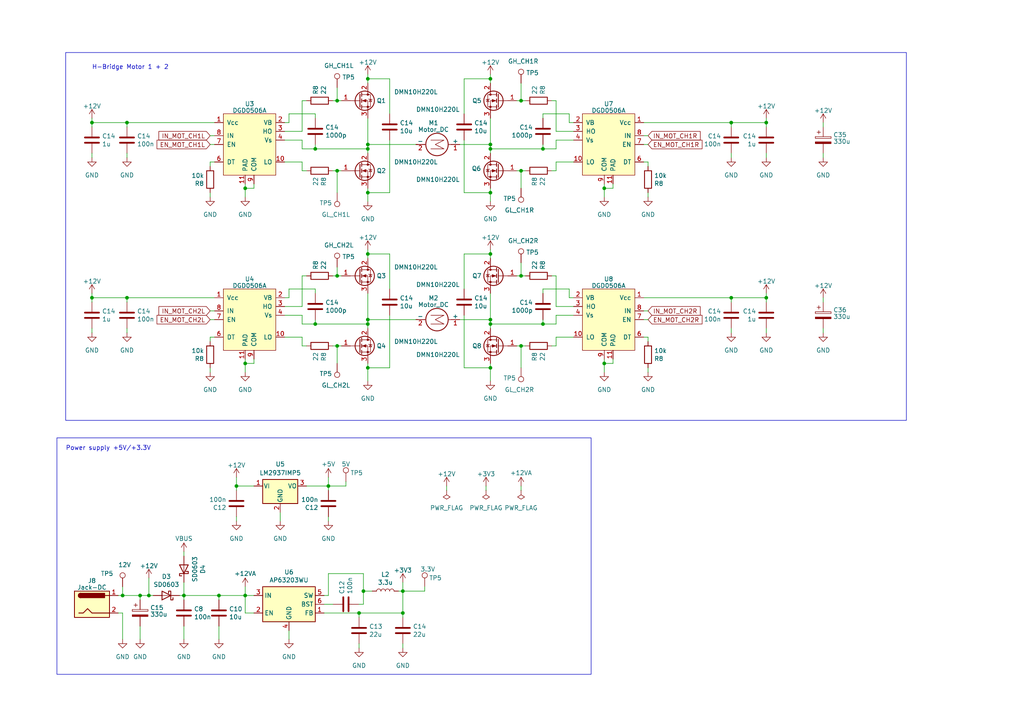
<source format=kicad_sch>
(kicad_sch (version 20230121) (generator eeschema)
  (paper "A4")
  (junction (at 36.83 86.36))
  (junction (at 142.24 41.91))
  (junction (at 35.56 172.72))
  (junction (at 106.68 73.66))
  (junction (at 142.24 106.68))
  (junction (at 26.67 86.36))
  (junction (at 40.64 172.72))
  (junction (at 175.26 105.41))
  (junction (at 142.24 92.71))
  (junction (at 104.14 177.8))
  (junction (at 116.84 177.8))
  (junction (at 91.44 43.18))
  (junction (at 63.5 172.72))
  (junction (at 97.79 80.01))
  (junction (at 142.24 93.98))
  (junction (at 151.13 49.53))
  (junction (at 142.24 43.18))
  (junction (at 106.68 22.86))
  (junction (at 151.13 100.33))
  (junction (at 106.68 43.18))
  (junction (at 175.26 54.61))
  (junction (at 142.24 55.88))
  (junction (at 53.34 172.72))
  (junction (at 26.67 35.56))
  (junction (at 151.13 29.21))
  (junction (at 71.12 54.61))
  (junction (at 36.83 35.56))
  (junction (at 222.25 35.56))
  (junction (at 106.68 41.91))
  (junction (at 142.24 22.86))
  (junction (at 97.79 49.53))
  (junction (at 91.44 93.98))
  (junction (at 97.79 100.33))
  (junction (at 106.68 106.68))
  (junction (at 151.13 80.01))
  (junction (at 222.25 86.36))
  (junction (at 97.79 29.21))
  (junction (at 95.25 140.97))
  (junction (at 43.18 172.72))
  (junction (at 212.09 86.36))
  (junction (at 105.41 171.45))
  (junction (at 142.24 73.66))
  (junction (at 106.68 55.88))
  (junction (at 71.12 172.72))
  (junction (at 71.12 105.41))
  (junction (at 212.09 35.56))
  (junction (at 157.48 93.98))
  (junction (at 157.48 43.18))
  (junction (at 68.58 140.97))
  (junction (at 106.68 93.98))
  (junction (at 106.68 92.71))
  (junction (at 116.84 171.45))
  (wire (pts (xy 166.37 86.36) (xy 165.1 86.36)))
  (wire (pts (xy 142.24 54.61) (xy 142.24 55.88)))
  (wire (pts (xy 60.96 90.17) (xy 62.23 90.17)))
  (wire (pts (xy 82.55 40.64) (xy 87.63 40.64)))
  (wire (pts (xy 161.29 43.18) (xy 157.48 43.18)))
  (wire (pts (xy 106.68 73.66) (xy 106.68 74.93)))
  (wire (pts (xy 142.24 41.91) (xy 142.24 43.18)))
  (wire (pts (xy 175.26 53.34) (xy 175.26 54.61)))
  (wire (pts (xy 134.62 91.44) (xy 134.62 106.68)))
  (wire (pts (xy 134.62 106.68) (xy 142.24 106.68)))
  (wire (pts (xy 157.48 93.98) (xy 142.24 93.98)))
  (wire (pts (xy 87.63 80.01) (xy 87.63 88.9)))
  (wire (pts (xy 212.09 35.56) (xy 222.25 35.56)))
  (wire (pts (xy 96.52 100.33) (xy 97.79 100.33)))
  (wire (pts (xy 82.55 86.36) (xy 83.82 86.36)))
  (wire (pts (xy 151.13 100.33) (xy 151.13 106.68)))
  (wire (pts (xy 60.96 39.37) (xy 62.23 39.37)))
  (wire (pts (xy 142.24 105.41) (xy 142.24 106.68)))
  (wire (pts (xy 26.67 35.56) (xy 26.67 36.83)))
  (wire (pts (xy 142.24 93.98) (xy 142.24 95.25)))
  (wire (pts (xy 161.29 91.44) (xy 161.29 93.98)))
  (wire (pts (xy 161.29 80.01) (xy 160.02 80.01)))
  (wire (pts (xy 35.56 172.72) (xy 40.64 172.72)))
  (wire (pts (xy 91.44 43.18) (xy 106.68 43.18)))
  (wire (pts (xy 106.68 106.68) (xy 106.68 110.49)))
  (wire (pts (xy 91.44 85.09) (xy 91.44 83.82)))
  (wire (pts (xy 149.86 100.33) (xy 151.13 100.33)))
  (wire (pts (xy 106.68 41.91) (xy 106.68 43.18)))
  (wire (pts (xy 95.25 140.97) (xy 100.33 140.97)))
  (wire (pts (xy 151.13 49.53) (xy 152.4 49.53)))
  (wire (pts (xy 71.12 104.14) (xy 71.12 105.41)))
  (wire (pts (xy 106.68 22.86) (xy 106.68 24.13)))
  (wire (pts (xy 40.64 181.61) (xy 40.64 185.42)))
  (wire (pts (xy 106.68 54.61) (xy 106.68 55.88)))
  (wire (pts (xy 157.48 85.09) (xy 157.48 83.82)))
  (wire (pts (xy 187.96 46.99) (xy 186.69 46.99)))
  (wire (pts (xy 97.79 100.33) (xy 97.79 105.41)))
  (wire (pts (xy 116.84 179.07) (xy 116.84 177.8)))
  (wire (pts (xy 97.79 77.47) (xy 97.79 80.01)))
  (wire (pts (xy 36.83 35.56) (xy 26.67 35.56)))
  (wire (pts (xy 134.62 55.88) (xy 142.24 55.88)))
  (wire (pts (xy 93.98 172.72) (xy 95.25 172.72)))
  (wire (pts (xy 26.67 85.09) (xy 26.67 86.36)))
  (wire (pts (xy 71.12 177.8) (xy 71.12 172.72)))
  (wire (pts (xy 151.13 49.53) (xy 151.13 54.61)))
  (wire (pts (xy 166.37 91.44) (xy 161.29 91.44)))
  (wire (pts (xy 104.14 177.8) (xy 116.84 177.8)))
  (wire (pts (xy 238.76 35.56) (xy 238.76 36.83)))
  (wire (pts (xy 68.58 140.97) (xy 68.58 142.24)))
  (wire (pts (xy 95.25 140.97) (xy 95.25 142.24)))
  (wire (pts (xy 34.29 177.8) (xy 35.56 177.8)))
  (wire (pts (xy 82.55 35.56) (xy 83.82 35.56)))
  (wire (pts (xy 73.66 105.41) (xy 71.12 105.41)))
  (wire (pts (xy 60.96 97.79) (xy 62.23 97.79)))
  (wire (pts (xy 175.26 105.41) (xy 175.26 107.95)))
  (wire (pts (xy 87.63 49.53) (xy 88.9 49.53)))
  (wire (pts (xy 43.18 167.64) (xy 43.18 172.72)))
  (wire (pts (xy 97.79 80.01) (xy 99.06 80.01)))
  (wire (pts (xy 87.63 97.79) (xy 87.63 100.33)))
  (wire (pts (xy 40.64 172.72) (xy 43.18 172.72)))
  (wire (pts (xy 186.69 35.56) (xy 212.09 35.56)))
  (wire (pts (xy 157.48 92.71) (xy 157.48 93.98)))
  (wire (pts (xy 60.96 46.99) (xy 62.23 46.99)))
  (wire (pts (xy 100.33 139.7) (xy 100.33 140.97)))
  (wire (pts (xy 165.1 33.02) (xy 165.1 35.56)))
  (wire (pts (xy 115.57 171.45) (xy 116.84 171.45)))
  (wire (pts (xy 157.48 83.82) (xy 165.1 83.82)))
  (wire (pts (xy 62.23 86.36) (xy 36.83 86.36)))
  (wire (pts (xy 26.67 44.45) (xy 26.67 45.72)))
  (wire (pts (xy 87.63 29.21) (xy 88.9 29.21)))
  (wire (pts (xy 149.86 49.53) (xy 151.13 49.53)))
  (wire (pts (xy 105.41 171.45) (xy 105.41 175.26)))
  (wire (pts (xy 36.83 86.36) (xy 26.67 86.36)))
  (wire (pts (xy 166.37 46.99) (xy 161.29 46.99)))
  (wire (pts (xy 60.96 92.71) (xy 62.23 92.71)))
  (wire (pts (xy 60.96 55.88) (xy 60.96 57.15)))
  (wire (pts (xy 151.13 100.33) (xy 152.4 100.33)))
  (wire (pts (xy 134.62 40.64) (xy 134.62 55.88)))
  (wire (pts (xy 142.24 21.59) (xy 142.24 22.86)))
  (wire (pts (xy 43.18 172.72) (xy 44.45 172.72)))
  (wire (pts (xy 88.9 140.97) (xy 95.25 140.97)))
  (wire (pts (xy 60.96 46.99) (xy 60.96 48.26)))
  (wire (pts (xy 238.76 95.25) (xy 238.76 96.52)))
  (wire (pts (xy 68.58 138.43) (xy 68.58 140.97)))
  (wire (pts (xy 36.83 95.25) (xy 36.83 96.52)))
  (wire (pts (xy 222.25 86.36) (xy 222.25 87.63)))
  (wire (pts (xy 120.65 41.91) (xy 106.68 41.91)))
  (wire (pts (xy 151.13 29.21) (xy 152.4 29.21)))
  (wire (pts (xy 186.69 86.36) (xy 212.09 86.36)))
  (wire (pts (xy 187.96 106.68) (xy 187.96 107.95)))
  (wire (pts (xy 116.84 168.91) (xy 116.84 171.45)))
  (wire (pts (xy 161.29 38.1) (xy 166.37 38.1)))
  (wire (pts (xy 87.63 40.64) (xy 87.63 43.18)))
  (wire (pts (xy 222.25 95.25) (xy 222.25 96.52)))
  (wire (pts (xy 116.84 171.45) (xy 116.84 177.8)))
  (wire (pts (xy 129.54 140.97) (xy 129.54 142.24)))
  (wire (pts (xy 113.03 73.66) (xy 106.68 73.66)))
  (wire (pts (xy 91.44 34.29) (xy 91.44 33.02)))
  (wire (pts (xy 104.14 179.07) (xy 104.14 177.8)))
  (wire (pts (xy 97.79 49.53) (xy 96.52 49.53)))
  (wire (pts (xy 106.68 21.59) (xy 106.68 22.86)))
  (wire (pts (xy 97.79 29.21) (xy 99.06 29.21)))
  (wire (pts (xy 151.13 76.2) (xy 151.13 80.01)))
  (wire (pts (xy 186.69 90.17) (xy 187.96 90.17)))
  (wire (pts (xy 106.68 72.39) (xy 106.68 73.66)))
  (wire (pts (xy 53.34 181.61) (xy 53.34 185.42)))
  (wire (pts (xy 96.52 29.21) (xy 97.79 29.21)))
  (wire (pts (xy 95.25 149.86) (xy 95.25 151.13)))
  (wire (pts (xy 161.29 49.53) (xy 160.02 49.53)))
  (wire (pts (xy 161.29 29.21) (xy 160.02 29.21)))
  (wire (pts (xy 62.23 35.56) (xy 36.83 35.56)))
  (wire (pts (xy 87.63 46.99) (xy 87.63 49.53)))
  (wire (pts (xy 36.83 44.45) (xy 36.83 45.72)))
  (wire (pts (xy 134.62 73.66) (xy 142.24 73.66)))
  (wire (pts (xy 151.13 140.97) (xy 151.13 142.24)))
  (wire (pts (xy 36.83 86.36) (xy 36.83 87.63)))
  (wire (pts (xy 81.28 148.59) (xy 81.28 151.13)))
  (wire (pts (xy 186.69 41.91) (xy 187.96 41.91)))
  (wire (pts (xy 161.29 93.98) (xy 157.48 93.98)))
  (wire (pts (xy 91.44 33.02) (xy 83.82 33.02)))
  (wire (pts (xy 157.48 41.91) (xy 157.48 43.18)))
  (wire (pts (xy 134.62 33.02) (xy 134.62 22.86)))
  (wire (pts (xy 87.63 38.1) (xy 82.55 38.1)))
  (wire (pts (xy 97.79 25.4) (xy 97.79 29.21)))
  (wire (pts (xy 106.68 34.29) (xy 106.68 41.91)))
  (wire (pts (xy 157.48 43.18) (xy 142.24 43.18)))
  (wire (pts (xy 52.07 172.72) (xy 53.34 172.72)))
  (wire (pts (xy 82.55 91.44) (xy 87.63 91.44)))
  (wire (pts (xy 63.5 172.72) (xy 71.12 172.72)))
  (wire (pts (xy 71.12 170.18) (xy 71.12 172.72)))
  (wire (pts (xy 53.34 168.91) (xy 53.34 172.72)))
  (wire (pts (xy 83.82 33.02) (xy 83.82 35.56)))
  (wire (pts (xy 187.96 97.79) (xy 187.96 99.06)))
  (wire (pts (xy 113.03 55.88) (xy 106.68 55.88)))
  (wire (pts (xy 71.12 53.34) (xy 71.12 54.61)))
  (wire (pts (xy 175.26 54.61) (xy 177.8 54.61)))
  (wire (pts (xy 106.68 55.88) (xy 106.68 58.42)))
  (wire (pts (xy 175.26 54.61) (xy 175.26 57.15)))
  (wire (pts (xy 212.09 35.56) (xy 212.09 36.83)))
  (wire (pts (xy 166.37 97.79) (xy 161.29 97.79)))
  (wire (pts (xy 113.03 33.02) (xy 113.03 22.86)))
  (wire (pts (xy 113.03 40.64) (xy 113.03 55.88)))
  (wire (pts (xy 87.63 91.44) (xy 87.63 93.98)))
  (wire (pts (xy 142.24 41.91) (xy 133.35 41.91)))
  (wire (pts (xy 166.37 35.56) (xy 165.1 35.56)))
  (wire (pts (xy 73.66 53.34) (xy 73.66 54.61)))
  (wire (pts (xy 177.8 104.14) (xy 177.8 105.41)))
  (wire (pts (xy 97.79 49.53) (xy 97.79 55.88)))
  (wire (pts (xy 157.48 34.29) (xy 157.48 33.02)))
  (wire (pts (xy 116.84 171.45) (xy 123.19 171.45)))
  (wire (pts (xy 142.24 34.29) (xy 142.24 41.91)))
  (wire (pts (xy 212.09 86.36) (xy 222.25 86.36)))
  (wire (pts (xy 113.03 83.82) (xy 113.03 73.66)))
  (wire (pts (xy 91.44 93.98) (xy 106.68 93.98)))
  (wire (pts (xy 142.24 85.09) (xy 142.24 92.71)))
  (wire (pts (xy 87.63 43.18) (xy 91.44 43.18)))
  (wire (pts (xy 53.34 172.72) (xy 63.5 172.72)))
  (wire (pts (xy 142.24 22.86) (xy 142.24 24.13)))
  (wire (pts (xy 107.95 171.45) (xy 105.41 171.45)))
  (wire (pts (xy 106.68 105.41) (xy 106.68 106.68)))
  (wire (pts (xy 134.62 83.82) (xy 134.62 73.66)))
  (wire (pts (xy 222.25 34.29) (xy 222.25 35.56)))
  (wire (pts (xy 91.44 92.71) (xy 91.44 93.98)))
  (wire (pts (xy 161.29 100.33) (xy 160.02 100.33)))
  (wire (pts (xy 53.34 172.72) (xy 53.34 173.99)))
  (wire (pts (xy 113.03 91.44) (xy 113.03 106.68)))
  (wire (pts (xy 113.03 106.68) (xy 106.68 106.68)))
  (wire (pts (xy 87.63 88.9) (xy 82.55 88.9)))
  (wire (pts (xy 161.29 88.9) (xy 166.37 88.9)))
  (wire (pts (xy 60.96 106.68) (xy 60.96 107.95)))
  (wire (pts (xy 105.41 171.45) (xy 105.41 166.37)))
  (wire (pts (xy 222.25 85.09) (xy 222.25 86.36)))
  (wire (pts (xy 142.24 55.88) (xy 142.24 58.42)))
  (wire (pts (xy 120.65 92.71) (xy 106.68 92.71)))
  (wire (pts (xy 73.66 104.14) (xy 73.66 105.41)))
  (wire (pts (xy 134.62 22.86) (xy 142.24 22.86)))
  (wire (pts (xy 104.14 175.26) (xy 105.41 175.26)))
  (wire (pts (xy 149.86 29.21) (xy 151.13 29.21)))
  (wire (pts (xy 123.19 170.18) (xy 123.19 171.45)))
  (wire (pts (xy 71.12 54.61) (xy 71.12 57.15)))
  (wire (pts (xy 142.24 43.18) (xy 142.24 44.45)))
  (wire (pts (xy 161.29 97.79) (xy 161.29 100.33)))
  (wire (pts (xy 161.29 46.99) (xy 161.29 49.53)))
  (wire (pts (xy 73.66 177.8) (xy 71.12 177.8)))
  (wire (pts (xy 96.52 175.26) (xy 93.98 175.26)))
  (wire (pts (xy 238.76 86.36) (xy 238.76 87.63)))
  (wire (pts (xy 113.03 22.86) (xy 106.68 22.86)))
  (wire (pts (xy 26.67 95.25) (xy 26.67 96.52)))
  (wire (pts (xy 40.64 172.72) (xy 40.64 173.99)))
  (wire (pts (xy 106.68 43.18) (xy 106.68 44.45)))
  (wire (pts (xy 82.55 46.99) (xy 87.63 46.99)))
  (wire (pts (xy 222.25 35.56) (xy 222.25 36.83)))
  (wire (pts (xy 186.69 39.37) (xy 187.96 39.37)))
  (wire (pts (xy 68.58 149.86) (xy 68.58 151.13)))
  (wire (pts (xy 187.96 55.88) (xy 187.96 57.15)))
  (wire (pts (xy 161.29 40.64) (xy 161.29 43.18)))
  (wire (pts (xy 34.29 172.72) (xy 35.56 172.72)))
  (wire (pts (xy 151.13 80.01) (xy 152.4 80.01)))
  (wire (pts (xy 95.25 166.37) (xy 105.41 166.37)))
  (wire (pts (xy 116.84 186.69) (xy 116.84 187.96)))
  (wire (pts (xy 63.5 181.61) (xy 63.5 185.42)))
  (wire (pts (xy 97.79 100.33) (xy 99.06 100.33)))
  (wire (pts (xy 165.1 83.82) (xy 165.1 86.36)))
  (wire (pts (xy 93.98 177.8) (xy 104.14 177.8)))
  (wire (pts (xy 71.12 54.61) (xy 73.66 54.61)))
  (wire (pts (xy 106.68 93.98) (xy 106.68 95.25)))
  (wire (pts (xy 186.69 92.71) (xy 187.96 92.71)))
  (wire (pts (xy 187.96 46.99) (xy 187.96 48.26)))
  (wire (pts (xy 35.56 170.18) (xy 35.56 172.72)))
  (wire (pts (xy 177.8 105.41) (xy 175.26 105.41)))
  (wire (pts (xy 96.52 80.01) (xy 97.79 80.01)))
  (wire (pts (xy 36.83 35.56) (xy 36.83 36.83)))
  (wire (pts (xy 238.76 44.45) (xy 238.76 45.72)))
  (wire (pts (xy 149.86 80.01) (xy 151.13 80.01)))
  (wire (pts (xy 187.96 97.79) (xy 186.69 97.79)))
  (wire (pts (xy 91.44 41.91) (xy 91.44 43.18)))
  (wire (pts (xy 142.24 92.71) (xy 142.24 93.98)))
  (wire (pts (xy 71.12 105.41) (xy 71.12 107.95)))
  (wire (pts (xy 104.14 186.69) (xy 104.14 187.96)))
  (wire (pts (xy 142.24 72.39) (xy 142.24 73.66)))
  (wire (pts (xy 26.67 86.36) (xy 26.67 87.63)))
  (wire (pts (xy 95.25 138.43) (xy 95.25 140.97)))
  (wire (pts (xy 87.63 93.98) (xy 91.44 93.98)))
  (wire (pts (xy 63.5 173.99) (xy 63.5 172.72)))
  (wire (pts (xy 212.09 95.25) (xy 212.09 96.52)))
  (wire (pts (xy 87.63 80.01) (xy 88.9 80.01)))
  (wire (pts (xy 212.09 86.36) (xy 212.09 87.63)))
  (wire (pts (xy 106.68 92.71) (xy 106.68 93.98)))
  (wire (pts (xy 142.24 73.66) (xy 142.24 74.93)))
  (wire (pts (xy 177.8 53.34) (xy 177.8 54.61)))
  (wire (pts (xy 60.96 97.79) (xy 60.96 99.06)))
  (wire (pts (xy 161.29 29.21) (xy 161.29 38.1)))
  (wire (pts (xy 91.44 83.82) (xy 83.82 83.82)))
  (wire (pts (xy 140.97 140.97) (xy 140.97 142.24)))
  (wire (pts (xy 83.82 182.88) (xy 83.82 185.42)))
  (wire (pts (xy 87.63 29.21) (xy 87.63 38.1)))
  (wire (pts (xy 87.63 100.33) (xy 88.9 100.33)))
  (wire (pts (xy 35.56 177.8) (xy 35.56 185.42)))
  (wire (pts (xy 175.26 104.14) (xy 175.26 105.41)))
  (wire (pts (xy 71.12 172.72) (xy 73.66 172.72)))
  (wire (pts (xy 222.25 44.45) (xy 222.25 45.72)))
  (wire (pts (xy 166.37 40.64) (xy 161.29 40.64)))
  (wire (pts (xy 212.09 44.45) (xy 212.09 45.72)))
  (wire (pts (xy 26.67 34.29) (xy 26.67 35.56)))
  (wire (pts (xy 106.68 85.09) (xy 106.68 92.71)))
  (wire (pts (xy 97.79 49.53) (xy 99.06 49.53)))
  (wire (pts (xy 157.48 33.02) (xy 165.1 33.02)))
  (wire (pts (xy 142.24 92.71) (xy 133.35 92.71)))
  (wire (pts (xy 73.66 140.97) (xy 68.58 140.97)))
  (wire (pts (xy 53.34 160.02) (xy 53.34 161.29)))
  (wire (pts (xy 142.24 106.68) (xy 142.24 110.49)))
  (wire (pts (xy 83.82 83.82) (xy 83.82 86.36)))
  (wire (pts (xy 95.25 172.72) (xy 95.25 166.37)))
  (wire (pts (xy 60.96 41.91) (xy 62.23 41.91)))
  (wire (pts (xy 82.55 97.79) (xy 87.63 97.79)))
  (wire (pts (xy 151.13 24.13) (xy 151.13 29.21)))
  (wire (pts (xy 161.29 80.01) (xy 161.29 88.9)))
  (rectangle (start 16.51 127) (end 171.45 195.58))
  (rectangle (start 19.05 15.24) (end 262.89 121.92))
  (text "H-Bridge Motor 1 + 2 " (at 26.67 20.32 0) (effects (font (size 1.27 1.27)) (justify left bottom)))
  (text "Power supply +5V/+3.3V" (at 19.05 130.81 0) (effects (font (size 1.27 1.27)) (justify left bottom)))
  (global_label "IN_MOT_CH2L" (shape input) (at 60.96 90.17 180) (property "Intersheetrefs" "${INTERSHEET_REFS}" (effects hide)))
  (global_label "EN_MOT_CH1L" (shape input) (at 60.96 41.91 180) (property "Intersheetrefs" "${INTERSHEET_REFS}" (effects hide)))
  (global_label "EN_MOT_CH1R" (shape input) (at 187.96 41.91 0) (property "Intersheetrefs" "${INTERSHEET_REFS}" (effects hide)))
  (global_label "EN_MOT_CH2L" (shape input) (at 60.96 92.71 180) (property "Intersheetrefs" "${INTERSHEET_REFS}" (effects hide)))
  (global_label "IN_MOT_CH1R" (shape input) (at 187.96 39.37 0) (property "Intersheetrefs" "${INTERSHEET_REFS}" (effects hide)))
  (global_label "IN_MOT_CH1L" (shape input) (at 60.96 39.37 180) (property "Intersheetrefs" "${INTERSHEET_REFS}" (effects hide)))
  (global_label "EN_MOT_CH2R" (shape input) (at 187.96 92.71 0) (property "Intersheetrefs" "${INTERSHEET_REFS}" (effects hide)))
  (global_label "IN_MOT_CH2R" (shape input) (at 187.96 90.17 0) (property "Intersheetrefs" "${INTERSHEET_REFS}" (effects hide)))
  (symbol (lib_id "Device:C_Polarized") (at 238.76 91.44 0) (unit 1)
    (property "Reference" "C36" (at 241.681 89.9073 0) (effects (justify left)))
    (property "Value" "330u" (at 241.681 91.8283 0) (effects (justify left)))
    (property "Footprint" "Capacitor_SMD:CP_Elec_8x10" (effects hide))
    (property "Hersteller Nr." "UWT1E331MNL1GS" (effects hide))
    (property "Info" "330uF; 25V; -55C; +105C; ALU" (effects hide))
    (property "Mouser Nr." "647-UWT1E331MNL1S" (effects hide))
  )
  (symbol (lib_id "Motor:Motor_DC") (at 128.27 92.71 270) (mirror x) (unit 1)
    (property "Reference" "M2" (at 125.73 86.4489 90))
    (property "Value" "Motor_DC" (at 125.73 88.3699 90))
    (property "Footprint" "Connector_PinHeader_2.54mm:PinHeader_1x02_P2.54mm_Vertical" (effects hide))
  )
  (symbol (lib_id "power:GND") (at 106.68 110.49 0) (unit 1)
    (property "Reference" "#PWR066" (effects hide))
    (property "Value" "GND" (at 106.68 115.57 0))
  )
  (symbol (lib_id "Connector:TestPoint") (at 100.33 139.7 0) (unit 1)
    (property "Reference" "TP5" (at 101.6 137.16 0) (effects (justify left)))
    (property "Value" "5V" (at 99.06 134.62 0) (effects (justify left)))
    (property "Footprint" "TestPoint:TestPoint_Pad_D1.0mm" (effects hide))
    (instances (project "BallBalancer" (path "" (reference "TP5") (unit 1)) (path "" (reference "TP14") (unit 1))) (project "Spanner" (path "" (reference "TP2") (unit 1))))
  )
  (symbol (lib_id "power:GND") (at 36.83 45.72 0) (unit 1)
    (property "Reference" "#PWR044" (effects hide))
    (property "Value" "GND" (at 36.83 50.8 0))
  )
  (symbol (lib_id "Regulator_Linear:LM2937xMP") (at 81.28 140.97 0) (unit 1)
    (property "Reference" "U5" (at 81.28 134.62 0))
    (property "Value" "LM2937IMP5" (at 81.28 137.16 0))
    (property "Footprint" "Package_TO_SOT_SMD:SOT-223-3_TabPin2" (effects hide))
    (property "Datasheet" "http://www.ti.com/lit/ds/symlink/lm2937.pdf" (effects hide))
    (property "Hersteller Nr." "LM2937IMP-5.0/NOPB" (effects hide))
    (property "Info" "5V LDO" (effects hide))
    (property "Mouser Nr." "926-LM2937IMP5.0NOPB" (effects hide))
  )
  (symbol (lib_id "power:GND") (at 68.58 151.13 0) (unit 1)
    (property "Reference" "#PWR054" (effects hide))
    (property "Value" "GND" (at 68.58 156.21 0))
  )
  (symbol (lib_id "power:GND") (at 142.24 58.42 0) (unit 1)
    (property "Reference" "#PWR072" (effects hide))
    (property "Value" "GND" (at 142.24 63.5 0))
  )
  (symbol (lib_id "Connector:TestPoint") (at 151.13 54.61 180) (unit 1)
    (property "Reference" "TP5" (at 149.6568 57.6072 0) (effects (justify left)))
    (property "Value" "GL_CH1R" (at 154.94 60.96 0) (effects (justify left)))
    (property "Footprint" "TestPoint:TestPoint_Pad_D1.0mm" (effects hide))
    (instances (project "BallBalancer" (path "" (reference "TP5") (unit 1)) (path "" (reference "TP17") (unit 1))) (project "Spanner" (path "" (reference "TP2") (unit 1))))
  )
  (symbol (lib_id "power:+12V") (at 222.25 85.09 0) (unit 1)
    (property "Reference" "#PWR084" (effects hide))
    (property "Value" "+12V" (at 222.25 81.5881 0))
  )
  (symbol (lib_id "Device:C") (at 222.25 40.64 0) (mirror x) (unit 1)
    (property "Reference" "C14" (at 219.329 39.4716 0) (effects (justify right)))
    (property "Value" "1u" (at 219.329 41.783 0) (effects (justify right)))
    (property "Footprint" "Capacitor_SMD:C_0603_1608Metric" (effects hide))
    (property "Hersteller Nr." "CL10B105KA8NNNC" (effects hide))
    (property "Mouser Nr." "187-CL10B105KA8NNNC" (effects hide))
    (property "Info" "1uF; 25V;X7R; -55C;+125C" (effects hide))
    (instances (project "PMC24_v1.3" (path "" (reference "C14") (unit 1))) (project "BallBalancer" (path "" (reference "C12") (unit 1)) (path "" (reference "C33") (unit 1))))
  )
  (symbol (lib_id "MK_Driver:DGD0506A") (at 176.53 92.71 0) (mirror y) (unit 1)
    (property "Reference" "U8" (at 176.53 80.9371 0))
    (property "Value" "DGD0506A" (at 176.53 82.8581 0))
    (property "Footprint" "Package_SO:MSOP-10-1EP_3x3mm_P0.5mm_EP1.68x1.88mm" (effects hide))
    (property "Hersteller Nr." "DGD0506AM10-13" (effects hide))
    (property "Mouser Nr." "621-DGD0506AM10-13" (effects hide))
  )
  (symbol (lib_id "power:PWR_FLAG") (at 140.97 142.24 180) (unit 1)
    (property "Reference" "#FLG02" (effects hide))
    (property "Value" "PWR_FLAG" (at 140.97 147.32 0))
  )
  (symbol (lib_id "Device:D_Schottky") (at 53.34 165.1 90) (unit 1)
    (property "Reference" "D4" (at 58.8264 165.1 0))
    (property "Value" "SD0603" (at 56.515 165.1 0))
    (property "Footprint" "Diode_SMD:D_0603_1608Metric" (effects hide))
    (property "Datasheet" "https://www.mouser.ch/datasheet/2/40/schottky-776407.pdf" (effects hide))
    (property "Hersteller Nr." "SD0603S040S0R2" (effects hide))
    (property "Mouser Nr." "581-SD0603S040S0R2" (effects hide))
    (property "Info" "200mA; 450mV" (effects hide))
    (instances (project "PMC24_v1.3" (path "" (reference "D4") (unit 1))) (project "BallBalancer" (path "" (reference "D10") (unit 1)) (path "" (reference "D8") (unit 1))))
  )
  (symbol (lib_id "power:GND") (at 212.09 96.52 0) (unit 1)
    (property "Reference" "#PWR081" (effects hide))
    (property "Value" "GND" (at 212.09 101.6 0))
  )
  (symbol (lib_id "power:+12V") (at 106.68 21.59 0) (unit 1)
    (property "Reference" "#PWR063" (effects hide))
    (property "Value" "+12V" (at 106.68 18.0881 0))
  )
  (symbol (lib_id "power:GND") (at 26.67 45.72 0) (unit 1)
    (property "Reference" "#PWR040" (effects hide))
    (property "Value" "GND" (at 26.67 50.8 0))
  )
  (symbol (lib_id "Device:C") (at 91.44 38.1 180) (unit 1)
    (property "Reference" "C14" (at 94.361 36.9316 0) (effects (justify right)))
    (property "Value" "1000p" (at 94.361 39.243 0) (effects (justify right)))
    (property "Footprint" "Capacitor_SMD:C_0805_2012Metric" (effects hide))
    (property "Hersteller Nr." "C0805J102K5RACAUTO" (effects hide))
    (property "Mouser Nr." "80-C0805J102K5RAUTO" (effects hide))
    (property "Info" "1000pF; 50V; X7R; -55C; +125C" (effects hide))
    (instances (project "PMC24_v1.3" (path "" (reference "C14") (unit 1))) (project "BallBalancer" (path "" (reference "C12") (unit 1)) (path "" (reference "C19") (unit 1))))
  )
  (symbol (lib_id "Device:C") (at 36.83 40.64 180) (unit 1)
    (property "Reference" "C14" (at 39.751 39.4716 0) (effects (justify right)))
    (property "Value" "100n" (at 39.751 41.783 0) (effects (justify right)))
    (property "Footprint" "Capacitor_SMD:C_0603_1608Metric" (effects hide))
    (property "Hersteller Nr." "885382206004" (effects hide))
    (property "Mouser Nr." "710-885382206004" (effects hide))
    (property "Info" "0.1uF; 50V, X7R; -55C;+125C" (effects hide))
    (instances (project "PMC24_v1.3" (path "" (reference "C14") (unit 1))) (project "BallBalancer" (path "" (reference "C12") (unit 1)) (path "" (reference "C13") (unit 1))))
  )
  (symbol (lib_id "Device:C_Polarized") (at 238.76 40.64 0) (unit 1)
    (property "Reference" "C35" (at 241.681 39.1073 0) (effects (justify left)))
    (property "Value" "330u" (at 241.681 41.0283 0) (effects (justify left)))
    (property "Footprint" "Capacitor_SMD:CP_Elec_8x10" (effects hide))
    (property "Hersteller Nr." "UWT1E331MNL1GS" (effects hide))
    (property "Info" "330uF; 25V; -55C; +105C; ALU" (effects hide))
    (property "Mouser Nr." "647-UWT1E331MNL1S" (effects hide))
  )
  (symbol (lib_id "Device:Q_NMOS_GDS") (at 104.14 49.53 0) (unit 1)
    (property "Reference" "Q2" (at 109.22 49.53 0) (effects (justify left)))
    (property "Value" "DMN10H220L" (at 114.3 46.99 0) (effects (justify left)))
    (property "Footprint" "Package_TO_SOT_SMD:TO-252-2" (effects hide))
    (property "Hersteller Nr." "DMN10H220LK3-13" (effects hide))
    (property "Info" "N-Channel; 100V; 7.5A; 220mOhms" (effects hide))
    (property "Mouser Nr." "621-DMN10H220LK3-13" (effects hide))
  )
  (symbol (lib_id "power:+12V") (at 142.24 21.59 0) (mirror y) (unit 1)
    (property "Reference" "#PWR071" (effects hide))
    (property "Value" "+12V" (at 142.24 18.0881 0))
  )
  (symbol (lib_id "power:GND") (at 35.56 185.42 0) (unit 1)
    (property "Reference" "#PWR043" (effects hide))
    (property "Value" "GND" (at 35.56 190.5 0))
  )
  (symbol (lib_id "Device:Q_NMOS_GDS") (at 144.78 49.53 0) (mirror y) (unit 1)
    (property "Reference" "Q6" (at 139.573 48.8863 0) (effects (justify left)))
    (property "Value" "DMN10H220L" (at 133.35 52.07 0) (effects (justify left)))
    (property "Footprint" "Package_TO_SOT_SMD:TO-252-2" (effects hide))
    (property "Hersteller Nr." "DMN10H220LK3-13" (effects hide))
    (property "Info" "N-Channel; 100V; 7.5A; 220mOhms" (effects hide))
    (property "Mouser Nr." "621-DMN10H220LK3-13" (effects hide))
  )
  (symbol (lib_id "power:+12VA") (at 151.13 140.97 0) (unit 1)
    (property "Reference" "#PWR075" (effects hide))
    (property "Value" "+12VA" (at 151.13 137.16 0))
  )
  (symbol (lib_id "power:+12V") (at 68.58 138.43 0) (unit 1)
    (property "Reference" "#PWR030" (effects hide))
    (property "Value" "+12V" (at 68.58 134.9281 0))
    (instances (project "BallBalancer" (path "" (reference "#PWR030") (unit 1)) (path "" (reference "#PWR053") (unit 1))))
  )
  (symbol (lib_id "power:GND") (at 63.5 185.42 0) (unit 1)
    (property "Reference" "#PWR052" (effects hide))
    (property "Value" "GND" (at 63.5 190.5 0))
  )
  (symbol (lib_id "Connector:Jack-DC") (at 26.67 175.26 0) (unit 1)
    (property "Reference" "J8" (at 26.67 168.4401 0))
    (property "Value" "Jack-DC" (at 26.67 170.3611 0))
    (property "Footprint" "Connector_BarrelJack:BarrelJack_CUI_PJ-063AH_Horizontal" (effects hide))
  )
  (symbol (lib_id "MK_Driver:DGD0506A") (at 176.53 41.91 0) (mirror y) (unit 1)
    (property "Reference" "U7" (at 176.53 30.1371 0))
    (property "Value" "DGD0506A" (at 176.53 32.0581 0))
    (property "Footprint" "Package_SO:MSOP-10-1EP_3x3mm_P0.5mm_EP1.68x1.88mm" (effects hide))
    (property "Hersteller Nr." "DGD0506AM10-13" (effects hide))
    (property "Mouser Nr." "621-DGD0506AM10-13" (effects hide))
  )
  (symbol (lib_id "Device:D_Schottky") (at 48.26 172.72 180) (unit 1)
    (property "Reference" "D3" (at 48.26 167.2336 0))
    (property "Value" "SD0603" (at 48.26 169.545 0))
    (property "Footprint" "Diode_SMD:D_0603_1608Metric" (effects hide))
    (property "Datasheet" "https://www.mouser.ch/datasheet/2/40/schottky-776407.pdf" (effects hide))
    (property "Hersteller Nr." "SD0603S040S0R2" (effects hide))
    (property "Mouser Nr." "581-SD0603S040S0R2" (effects hide))
    (property "Info" "200mA; 450mV" (effects hide))
    (instances (project "PMC24_v1.3" (path "" (reference "D3") (unit 1))) (project "BallBalancer" (path "" (reference "D9") (unit 1)) (path "" (reference "D7") (unit 1))))
  )
  (symbol (lib_id "MK_Driver:DGD0506A") (at 72.39 92.71 0) (unit 1)
    (property "Reference" "U4" (at 72.39 80.9371 0))
    (property "Value" "DGD0506A" (at 72.39 82.8581 0))
    (property "Footprint" "Package_SO:MSOP-10-1EP_3x3mm_P0.5mm_EP1.68x1.88mm" (effects hide))
    (property "Hersteller Nr." "DGD0506AM10-13" (effects hide))
    (property "Mouser Nr." "621-DGD0506AM10-13" (effects hide))
  )
  (symbol (lib_id "Device:R") (at 92.71 29.21 270) (unit 1)
    (property "Reference" "R8" (at 91.5416 27.432 0) (effects (justify right)))
    (property "Value" "22" (at 93.853 27.432 0) (effects (justify right)))
    (property "Footprint" "Resistor_SMD:R_0603_1608Metric" (effects hide))
    (property "Hersteller Nr." "CRCW060322R0FKEAHP" (effects hide))
    (property "Mouser Nr." "71-CRCW060322R0FKEAH" (effects hide))
    (property "Info" "75V; 1%; 330mW; -55C; +155C" (effects hide))
    (instances (project "BallBalancer" (path "" (reference "R8") (unit 1)) (path "" (reference "R18") (unit 1))) (project "Spanner" (path "" (reference "R6") (unit 1))))
  )
  (symbol (lib_id "power:GND") (at 238.76 96.52 0) (unit 1)
    (property "Reference" "#PWR089" (effects hide))
    (property "Value" "GND" (at 238.76 101.6 0))
  )
  (symbol (lib_id "power:GND") (at 60.96 57.15 0) (unit 1)
    (property "Reference" "#PWR050" (effects hide))
    (property "Value" "GND" (at 60.96 62.23 0))
  )
  (symbol (lib_id "Device:C") (at 116.84 182.88 180) (unit 1)
    (property "Reference" "C14" (at 119.761 181.7116 0) (effects (justify right)))
    (property "Value" "22u" (at 119.761 184.023 0) (effects (justify right)))
    (property "Footprint" "Capacitor_SMD:C_0603_1608Metric" (effects hide))
    (property "Hersteller Nr." "CL10A226MO7JZNC" (effects hide))
    (property "Mouser Nr." "187-CL10A226MO7JZNC" (effects hide))
    (property "Info" "22uF; 16V; X5R; -55C; +85C" (effects hide))
    (instances (project "PMC24_v1.3" (path "" (reference "C14") (unit 1))) (project "BallBalancer" (path "" (reference "C12") (unit 1)) (path "" (reference "C26") (unit 1))))
  )
  (symbol (lib_id "power:GND") (at 81.28 151.13 0) (unit 1)
    (property "Reference" "#PWR058" (effects hide))
    (property "Value" "GND" (at 81.28 156.21 0))
  )
  (symbol (lib_id "Device:C") (at 100.33 175.26 270) (unit 1)
    (property "Reference" "C12" (at 99.1616 172.339 0) (effects (justify right)))
    (property "Value" "100n" (at 101.473 172.339 0) (effects (justify right)))
    (property "Footprint" "Capacitor_SMD:C_0603_1608Metric" (effects hide))
    (property "Hersteller Nr." "885382206004" (effects hide))
    (property "Mouser Nr." "710-885382206004" (effects hide))
    (property "Info" "0.1uF; 50V, X7R; -55C;+125C" (effects hide))
    (instances (project "PMC24_v1.3" (path "" (reference "C12") (unit 1))) (project "BallBalancer" (path "" (reference "C10") (unit 1)) (path "" (reference "C22") (unit 1))))
  )
  (symbol (lib_id "Connector:TestPoint") (at 151.13 76.2 0) (unit 1)
    (property "Reference" "TP5" (at 152.6032 73.2028 0) (effects (justify left)))
    (property "Value" "GH_CH2R" (at 147.32 69.85 0) (effects (justify left)))
    (property "Footprint" "TestPoint:TestPoint_Pad_D1.0mm" (effects hide))
    (instances (project "BallBalancer" (path "" (reference "TP5") (unit 1)) (path "" (reference "TP18") (unit 1))) (project "Spanner" (path "" (reference "TP2") (unit 1))))
  )
  (symbol (lib_id "Device:C") (at 212.09 91.44 0) (mirror x) (unit 1)
    (property "Reference" "C14" (at 209.169 90.2716 0) (effects (justify right)))
    (property "Value" "100n" (at 209.169 92.583 0) (effects (justify right)))
    (property "Footprint" "Capacitor_SMD:C_0603_1608Metric" (effects hide))
    (property "Hersteller Nr." "885382206004" (effects hide))
    (property "Mouser Nr." "710-885382206004" (effects hide))
    (property "Info" "0.1uF; 50V, X7R; -55C;+125C" (effects hide))
    (instances (project "PMC24_v1.3" (path "" (reference "C14") (unit 1))) (project "BallBalancer" (path "" (reference "C12") (unit 1)) (path "" (reference "C32") (unit 1))))
  )
  (symbol (lib_id "Connector:TestPoint") (at 123.19 170.18 0) (unit 1)
    (property "Reference" "TP5" (at 124.46 167.64 0) (effects (justify left)))
    (property "Value" "3.3V" (at 121.92 165.1 0) (effects (justify left)))
    (property "Footprint" "TestPoint:TestPoint_Pad_D1.0mm" (effects hide))
    (instances (project "BallBalancer" (path "" (reference "TP5") (unit 1)) (path "" (reference "TP15") (unit 1))) (project "Spanner" (path "" (reference "TP2") (unit 1))))
  )
  (symbol (lib_id "Device:C") (at 157.48 38.1 0) (mirror x) (unit 1)
    (property "Reference" "C14" (at 154.559 36.9316 0) (effects (justify right)))
    (property "Value" "1000p" (at 154.559 39.243 0) (effects (justify right)))
    (property "Footprint" "Capacitor_SMD:C_0805_2012Metric" (effects hide))
    (property "Hersteller Nr." "C0805J102K5RACAUTO" (effects hide))
    (property "Mouser Nr." "80-C0805J102K5RAUTO" (effects hide))
    (property "Info" "1000pF; 50V; X7R; -55C; +125C" (effects hide))
    (instances (project "PMC24_v1.3" (path "" (reference "C14") (unit 1))) (project "BallBalancer" (path "" (reference "C12") (unit 1)) (path "" (reference "C29") (unit 1))))
  )
  (symbol (lib_id "Device:C") (at 104.14 182.88 180) (unit 1)
    (property "Reference" "C13" (at 107.061 181.7116 0) (effects (justify right)))
    (property "Value" "22u" (at 107.061 184.023 0) (effects (justify right)))
    (property "Footprint" "Capacitor_SMD:C_0603_1608Metric" (effects hide))
    (property "Hersteller Nr." "CL10A226MO7JZNC" (effects hide))
    (property "Mouser Nr." "187-CL10A226MO7JZNC" (effects hide))
    (property "Info" "22uF; 16V; X5R; -55C; +85C" (effects hide))
    (instances (project "PMC24_v1.3" (path "" (reference "C13") (unit 1))) (project "BallBalancer" (path "" (reference "C11") (unit 1)) (path "" (reference "C23") (unit 1))))
  )
  (symbol (lib_id "Device:C") (at 53.34 177.8 0) (unit 1)
    (property "Reference" "C8" (at 56.261 176.6316 0) (effects (justify left)))
    (property "Value" "100n" (at 56.261 178.943 0) (effects (justify left)))
    (property "Footprint" "Capacitor_SMD:C_0603_1608Metric" (effects hide))
    (property "Hersteller Nr." "885382206004" (effects hide))
    (property "Mouser Nr." "710-885382206004" (effects hide))
    (property "Info" "0.1uF; 50V, X7R; -55C;+125C" (effects hide))
    (instances (project "PMC24_v1.3" (path "" (reference "C8") (unit 1))) (project "BallBalancer" (path "" (reference "C8") (unit 1)) (path "" (reference "C16") (unit 1))))
  )
  (symbol (lib_id "Device:C") (at 68.58 146.05 0) (unit 1)
    (property "Reference" "C12" (at 65.659 147.2184 0) (effects (justify right)))
    (property "Value" "100n" (at 65.659 144.907 0) (effects (justify right)))
    (property "Footprint" "Capacitor_SMD:C_0603_1608Metric" (effects hide))
    (property "Hersteller Nr." "885382206004" (effects hide))
    (property "Mouser Nr." "710-885382206004" (effects hide))
    (property "Info" "0.1uF; 50V, X7R; -55C;+125C" (effects hide))
    (instances (project "PMC24_v1.3" (path "" (reference "C12") (unit 1))) (project "BallBalancer" (path "" (reference "C10") (unit 1)) (path "" (reference "C18") (unit 1))))
  )
  (symbol (lib_id "power:VBUS") (at 53.34 160.02 0) (unit 1)
    (property "Reference" "#PWR048" (effects hide))
    (property "Value" "VBUS" (at 53.34 156.21 0))
  )
  (symbol (lib_id "Device:C") (at 36.83 91.44 180) (unit 1)
    (property "Reference" "C14" (at 39.751 90.2716 0) (effects (justify right)))
    (property "Value" "100n" (at 39.751 92.583 0) (effects (justify right)))
    (property "Footprint" "Capacitor_SMD:C_0603_1608Metric" (effects hide))
    (property "Hersteller Nr." "885382206004" (effects hide))
    (property "Mouser Nr." "710-885382206004" (effects hide))
    (property "Info" "0.1uF; 50V, X7R; -55C;+125C" (effects hide))
    (instances (project "PMC24_v1.3" (path "" (reference "C14") (unit 1))) (project "BallBalancer" (path "" (reference "C12") (unit 1)) (path "" (reference "C14") (unit 1))))
  )
  (symbol (lib_id "power:+12V") (at 26.67 34.29 0) (unit 1)
    (property "Reference" "#PWR039" (effects hide))
    (property "Value" "+12V" (at 26.67 30.7881 0))
  )
  (symbol (lib_id "power:+12V") (at 129.54 140.97 0) (unit 1)
    (property "Reference" "#PWR089" (effects hide))
    (property "Value" "+12V" (at 129.54 137.4681 0))
    (instances (project "BallBalancer" (path "" (reference "#PWR089") (unit 1)) (path "" (reference "#PWR069") (unit 1))))
  )
  (symbol (lib_id "power:GND") (at 36.83 96.52 0) (unit 1)
    (property "Reference" "#PWR045" (effects hide))
    (property "Value" "GND" (at 36.83 101.6 0))
  )
  (symbol (lib_id "Device:C") (at 113.03 87.63 180) (unit 1)
    (property "Reference" "C14" (at 115.951 86.4616 0) (effects (justify right)))
    (property "Value" "10u" (at 115.951 88.773 0) (effects (justify right)))
    (property "Footprint" "Capacitor_SMD:C_1210_3225Metric" (effects hide))
    (property "Hersteller Nr." "CL32B106KMVNNWE" (effects hide))
    (property "Mouser Nr." "187-CL32B106KMVNNWE" (effects hide))
    (property "Info" "10uF; 63V; X7R; -55C; +125C" (effects hide))
    (instances (project "PMC24_v1.3" (path "" (reference "C14") (unit 1))) (project "BallBalancer" (path "" (reference "C12") (unit 1)) (path "" (reference "C25") (unit 1))))
  )
  (symbol (lib_id "Device:R") (at 60.96 102.87 0) (unit 1)
    (property "Reference" "R8" (at 59.182 104.0384 0) (effects (justify right)))
    (property "Value" "10k" (at 59.182 101.727 0) (effects (justify right)))
    (property "Footprint" "Resistor_SMD:R_0603_1608Metric" (effects hide))
    (property "Hersteller Nr." "CRCW060310K0FKEAC" (effects hide))
    (property "Mouser Nr." "71-CRCW060310K0FKEAC" (effects hide))
    (property "Info" "75V; 1%; 100mW; -55C; +155C" (effects hide))
    (instances (project "BallBalancer" (path "" (reference "R8") (unit 1)) (path "" (reference "R17") (unit 1))) (project "Spanner" (path "" (reference "R6") (unit 1))))
  )
  (symbol (lib_id "Device:Q_NMOS_GDS") (at 104.14 100.33 0) (unit 1)
    (property "Reference" "Q4" (at 109.22 100.33 0) (effects (justify left)))
    (property "Value" "DMN10H220L" (at 114.3 99.06 0) (effects (justify left)))
    (property "Footprint" "Package_TO_SOT_SMD:TO-252-2" (effects hide))
    (property "Hersteller Nr." "DMN10H220LK3-13" (effects hide))
    (property "Info" "N-Channel; 100V; 7.5A; 220mOhms" (effects hide))
    (property "Mouser Nr." "621-DMN10H220LK3-13" (effects hide))
  )
  (symbol (lib_id "Device:Q_NMOS_GDS") (at 104.14 29.21 0) (unit 1)
    (property "Reference" "Q1" (at 109.22 29.21 0) (effects (justify left)))
    (property "Value" "DMN10H220L" (at 114.3 26.67 0) (effects (justify left)))
    (property "Footprint" "Package_TO_SOT_SMD:TO-252-2" (effects hide))
    (property "Hersteller Nr." "DMN10H220LK3-13" (effects hide))
    (property "Info" "N-Channel; 100V; 7.5A; 220mOhms" (effects hide))
    (property "Mouser Nr." "621-DMN10H220LK3-13" (effects hide))
  )
  (symbol (lib_id "Device:C_Polarized") (at 40.64 177.8 0) (unit 1)
    (property "Reference" "C15" (at 43.561 176.2673 0) (effects (justify left)))
    (property "Value" "330u" (at 43.561 178.1883 0) (effects (justify left)))
    (property "Footprint" "Capacitor_SMD:CP_Elec_8x10" (effects hide))
    (property "Hersteller Nr." "UWT1E331MNL1GS" (effects hide))
    (property "Info" "330uF; 25V; -55C; +105C; ALU" (effects hide))
    (property "Mouser Nr." "647-UWT1E331MNL1S" (effects hide))
  )
  (symbol (lib_id "Device:R") (at 187.96 102.87 0) (mirror y) (unit 1)
    (property "Reference" "R8" (at 189.738 104.0384 0) (effects (justify right)))
    (property "Value" "10k" (at 189.738 101.727 0) (effects (justify right)))
    (property "Footprint" "Resistor_SMD:R_0603_1608Metric" (effects hide))
    (property "Hersteller Nr." "CRCW060310K0FKEAC" (effects hide))
    (property "Mouser Nr." "71-CRCW060310K0FKEAC" (effects hide))
    (property "Info" "75V; 1%; 100mW; -55C; +155C" (effects hide))
    (instances (project "BallBalancer" (path "" (reference "R8") (unit 1)) (path "" (reference "R27") (unit 1))) (project "Spanner" (path "" (reference "R6") (unit 1))))
  )
  (symbol (lib_id "power:+5V") (at 95.25 138.43 0) (unit 1)
    (property "Reference" "#PWR060" (effects hide))
    (property "Value" "+5V" (at 95.25 134.62 0))
  )
  (symbol (lib_id "Device:C") (at 63.5 177.8 0) (unit 1)
    (property "Reference" "C10" (at 66.421 176.6316 0) (effects (justify left)))
    (property "Value" "10u" (at 66.421 178.943 0) (effects (justify left)))
    (property "Footprint" "Capacitor_SMD:C_0805_2012Metric" (effects hide))
    (property "Hersteller Nr." "C2012X5R1V106K085AC" (effects hide))
    (property "Mouser Nr." "810-C2012X5R1V106K0C" (effects hide))
    (property "Info" "10uF; 35V; X5R; -55C; +85C" (effects hide))
    (instances (project "PMC24_v1.3" (path "" (reference "C10") (unit 1))) (project "BallBalancer" (path "" (reference "C9") (unit 1)) (path "" (reference "C17") (unit 1))))
  )
  (symbol (lib_id "power:GND") (at 40.64 185.42 0) (unit 1)
    (property "Reference" "#PWR046" (effects hide))
    (property "Value" "GND" (at 40.64 190.5 0))
  )
  (symbol (lib_id "power:GND") (at 106.68 58.42 0) (unit 1)
    (property "Reference" "#PWR064" (effects hide))
    (property "Value" "GND" (at 106.68 63.5 0))
  )
  (symbol (lib_id "Device:Q_NMOS_GDS") (at 144.78 100.33 0) (mirror y) (unit 1)
    (property "Reference" "Q8" (at 139.7 100.33 0) (effects (justify left)))
    (property "Value" "DMN10H220L" (at 133.35 102.87 0) (effects (justify left)))
    (property "Footprint" "Package_TO_SOT_SMD:TO-252-2" (effects hide))
    (property "Hersteller Nr." "DMN10H220LK3-13" (effects hide))
    (property "Info" "N-Channel; 100V; 7.5A; 220mOhms" (effects hide))
    (property "Mouser Nr." "621-DMN10H220LK3-13" (effects hide))
  )
  (symbol (lib_id "Connector:TestPoint") (at 97.79 77.47 0) (unit 1)
    (property "Reference" "TP5" (at 99.2632 74.4728 0) (effects (justify left)))
    (property "Value" "GH_CH2L" (at 93.98 71.12 0) (effects (justify left)))
    (property "Footprint" "TestPoint:TestPoint_Pad_D1.0mm" (effects hide))
    (instances (project "BallBalancer" (path "" (reference "TP5") (unit 1)) (path "" (reference "TP12") (unit 1))) (project "Spanner" (path "" (reference "TP2") (unit 1))))
  )
  (symbol (lib_id "Regulator_Switching:AP63203WU") (at 83.82 175.26 0) (unit 1)
    (property "Reference" "U6" (at 83.82 165.9382 0))
    (property "Value" "AP63203WU" (at 83.82 168.2496 0))
    (property "Footprint" "Package_TO_SOT_SMD:TSOT-23-6" (effects hide))
    (property "Datasheet" "https://www.diodes.com/assets/Datasheets/AP63200-AP63201-AP63203-AP63205.pdf" (effects hide))
    (property "Hersteller Nr." "AP63203WU-7" (effects hide))
    (property "Mouser Nr." "621-AP63203WU-7" (effects hide))
    (property "Info" "3.3V Buck Converter" (effects hide))
    (instances (project "PMC24_v1.3" (path "" (reference "U6") (unit 1))) (project "BallBalancer" (path "" (reference "U3") (unit 1)) (path "" (reference "U6") (unit 1))))
  )
  (symbol (lib_id "power:GND") (at 104.14 187.96 0) (unit 1)
    (property "Reference" "#PWR062" (effects hide))
    (property "Value" "GND" (at 104.14 193.04 0))
  )
  (symbol (lib_id "Device:Q_NMOS_GDS") (at 144.78 29.21 0) (mirror y) (unit 1)
    (property "Reference" "Q5" (at 139.7 29.21 0) (effects (justify left)))
    (property "Value" "DMN10H220L" (at 133.35 31.75 0) (effects (justify left)))
    (property "Footprint" "Package_TO_SOT_SMD:TO-252-2" (effects hide))
    (property "Hersteller Nr." "DMN10H220LK3-13" (effects hide))
    (property "Info" "N-Channel; 100V; 7.5A; 220mOhms" (effects hide))
    (property "Mouser Nr." "621-DMN10H220LK3-13" (effects hide))
  )
  (symbol (lib_id "Device:C") (at 212.09 40.64 0) (mirror x) (unit 1)
    (property "Reference" "C14" (at 209.169 39.4716 0) (effects (justify right)))
    (property "Value" "100n" (at 209.169 41.783 0) (effects (justify right)))
    (property "Footprint" "Capacitor_SMD:C_0603_1608Metric" (effects hide))
    (property "Hersteller Nr." "885382206004" (effects hide))
    (property "Mouser Nr." "710-885382206004" (effects hide))
    (property "Info" "0.1uF; 50V, X7R; -55C;+125C" (effects hide))
    (instances (project "PMC24_v1.3" (path "" (reference "C14") (unit 1))) (project "BallBalancer" (path "" (reference "C12") (unit 1)) (path "" (reference "C31") (unit 1))))
  )
  (symbol (lib_id "Device:R") (at 92.71 49.53 90) (unit 1)
    (property "Reference" "R8" (at 93.8784 51.308 0) (effects (justify right)))
    (property "Value" "22" (at 91.567 51.308 0) (effects (justify right)))
    (property "Footprint" "Resistor_SMD:R_0603_1608Metric" (effects hide))
    (property "Hersteller Nr." "CRCW060322R0FKEAHP" (effects hide))
    (property "Mouser Nr." "71-CRCW060322R0FKEAH" (effects hide))
    (property "Info" "75V; 1%; 330mW; -55C; +155C" (effects hide))
    (instances (project "BallBalancer" (path "" (reference "R8") (unit 1)) (path "" (reference "R19") (unit 1))) (project "Spanner" (path "" (reference "R6") (unit 1))))
  )
  (symbol (lib_id "Connector:TestPoint") (at 97.79 105.41 180) (unit 1)
    (property "Reference" "TP5" (at 96.3168 108.4072 0) (effects (justify left)))
    (property "Value" "GL_CH2L" (at 101.6 111.76 0) (effects (justify left)))
    (property "Footprint" "TestPoint:TestPoint_Pad_D1.0mm" (effects hide))
    (instances (project "BallBalancer" (path "" (reference "TP5") (unit 1)) (path "" (reference "TP13") (unit 1))) (project "Spanner" (path "" (reference "TP2") (unit 1))))
  )
  (symbol (lib_id "power:GND") (at 53.34 185.42 0) (unit 1)
    (property "Reference" "#PWR049" (effects hide))
    (property "Value" "GND" (at 53.34 190.5 0))
  )
  (symbol (lib_id "power:GND") (at 95.25 151.13 0) (unit 1)
    (property "Reference" "#PWR061" (effects hide))
    (property "Value" "GND" (at 95.25 156.21 0))
  )
  (symbol (lib_id "Device:R") (at 156.21 100.33 270) (mirror x) (unit 1)
    (property "Reference" "R8" (at 155.0416 102.108 0) (effects (justify right)))
    (property "Value" "22" (at 157.353 102.108 0) (effects (justify right)))
    (property "Footprint" "Resistor_SMD:R_0603_1608Metric" (effects hide))
    (property "Hersteller Nr." "CRCW060322R0FKEAHP" (effects hide))
    (property "Mouser Nr." "71-CRCW060322R0FKEAH" (effects hide))
    (property "Info" "75V; 1%; 330mW; -55C; +155C" (effects hide))
    (instances (project "BallBalancer" (path "" (reference "R8") (unit 1)) (path "" (reference "R25") (unit 1))) (project "Spanner" (path "" (reference "R6") (unit 1))))
  )
  (symbol (lib_id "Device:Q_NMOS_GDS") (at 144.78 80.01 0) (mirror y) (unit 1)
    (property "Reference" "Q7" (at 139.7 80.01 0) (effects (justify left)))
    (property "Value" "DMN10H220L" (at 133.35 82.55 0) (effects (justify left)))
    (property "Footprint" "Package_TO_SOT_SMD:TO-252-2" (effects hide))
    (property "Hersteller Nr." "DMN10H220LK3-13" (effects hide))
    (property "Info" "N-Channel; 100V; 7.5A; 220mOhms" (effects hide))
    (property "Mouser Nr." "621-DMN10H220LK3-13" (effects hide))
  )
  (symbol (lib_id "Device:R") (at 156.21 49.53 270) (mirror x) (unit 1)
    (property "Reference" "R8" (at 155.0416 51.308 0) (effects (justify right)))
    (property "Value" "22" (at 157.353 51.308 0) (effects (justify right)))
    (property "Footprint" "Resistor_SMD:R_0603_1608Metric" (effects hide))
    (property "Hersteller Nr." "CRCW060322R0FKEAHP" (effects hide))
    (property "Mouser Nr." "71-CRCW060322R0FKEAH" (effects hide))
    (property "Info" "75V; 1%; 330mW; -55C; +155C" (effects hide))
    (instances (project "BallBalancer" (path "" (reference "R8") (unit 1)) (path "" (reference "R23") (unit 1))) (project "Spanner" (path "" (reference "R6") (unit 1))))
  )
  (symbol (lib_id "Device:C") (at 95.25 146.05 0) (unit 1)
    (property "Reference" "C12" (at 92.329 147.2184 0) (effects (justify right)))
    (property "Value" "100n" (at 92.329 144.907 0) (effects (justify right)))
    (property "Footprint" "Capacitor_SMD:C_0603_1608Metric" (effects hide))
    (property "Hersteller Nr." "885382206004" (effects hide))
    (property "Mouser Nr." "710-885382206004" (effects hide))
    (property "Info" "0.1uF; 50V, X7R; -55C;+125C" (effects hide))
    (instances (project "PMC24_v1.3" (path "" (reference "C12") (unit 1))) (project "BallBalancer" (path "" (reference "C10") (unit 1)) (path "" (reference "C21") (unit 1))))
  )
  (symbol (lib_id "power:GND") (at 222.25 45.72 0) (unit 1)
    (property "Reference" "#PWR083" (effects hide))
    (property "Value" "GND" (at 222.25 50.8 0))
  )
  (symbol (lib_id "power:+12V") (at 238.76 86.36 0) (unit 1)
    (property "Reference" "#PWR030" (effects hide))
    (property "Value" "+12V" (at 238.76 82.8581 0))
    (instances (project "BallBalancer" (path "" (reference "#PWR030") (unit 1)) (path "" (reference "#PWR088") (unit 1))))
  )
  (symbol (lib_id "Device:R") (at 156.21 80.01 90) (mirror x) (unit 1)
    (property "Reference" "R8" (at 157.3784 78.232 0) (effects (justify right)))
    (property "Value" "22" (at 155.067 78.232 0) (effects (justify right)))
    (property "Footprint" "Resistor_SMD:R_0603_1608Metric" (effects hide))
    (property "Hersteller Nr." "CRCW060322R0FKEAHP" (effects hide))
    (property "Mouser Nr." "71-CRCW060322R0FKEAH" (effects hide))
    (property "Info" "75V; 1%; 330mW; -55C; +155C" (effects hide))
    (instances (project "BallBalancer" (path "" (reference "R8") (unit 1)) (path "" (reference "R24") (unit 1))) (project "Spanner" (path "" (reference "R6") (unit 1))))
  )
  (symbol (lib_id "power:+12V") (at 43.18 167.64 0) (unit 1)
    (property "Reference" "#PWR030" (effects hide))
    (property "Value" "+12V" (at 43.18 164.1381 0))
    (instances (project "BallBalancer" (path "" (reference "#PWR030") (unit 1)) (path "" (reference "#PWR047") (unit 1))))
  )
  (symbol (lib_id "Device:C") (at 91.44 88.9 180) (unit 1)
    (property "Reference" "C14" (at 94.361 87.7316 0) (effects (justify right)))
    (property "Value" "1000p" (at 94.361 90.043 0) (effects (justify right)))
    (property "Footprint" "Capacitor_SMD:C_0805_2012Metric" (effects hide))
    (property "Hersteller Nr." "C0805J102K5RACAUTO" (effects hide))
    (property "Mouser Nr." "80-C0805J102K5RAUTO" (effects hide))
    (property "Info" "1000pF; 50V; X7R; -55C; +125C" (effects hide))
    (instances (project "PMC24_v1.3" (path "" (reference "C14") (unit 1))) (project "BallBalancer" (path "" (reference "C12") (unit 1)) (path "" (reference "C20") (unit 1))))
  )
  (symbol (lib_id "Motor:Motor_DC") (at 128.27 41.91 270) (mirror x) (unit 1)
    (property "Reference" "M1" (at 125.73 35.6489 90))
    (property "Value" "Motor_DC" (at 125.73 37.5699 90))
    (property "Footprint" "Connector_PinHeader_2.54mm:PinHeader_1x02_P2.54mm_Vertical" (effects hide))
  )
  (symbol (lib_id "power:GND") (at 71.12 57.15 0) (unit 1)
    (property "Reference" "#PWR055" (effects hide))
    (property "Value" "GND" (at 71.12 62.23 0))
  )
  (symbol (lib_id "power:GND") (at 187.96 107.95 0) (unit 1)
    (property "Reference" "#PWR079" (effects hide))
    (property "Value" "GND" (at 187.96 113.03 0))
  )
  (symbol (lib_id "MK_Driver:DGD0506A") (at 72.39 41.91 0) (unit 1)
    (property "Reference" "U3" (at 72.39 30.1371 0))
    (property "Value" "DGD0506A" (at 72.39 32.0581 0))
    (property "Footprint" "Package_SO:MSOP-10-1EP_3x3mm_P0.5mm_EP1.68x1.88mm" (effects hide))
    (property "Hersteller Nr." "DGD0506AM10-13" (effects hide))
    (property "Mouser Nr." "621-DGD0506AM10-13" (effects hide))
  )
  (symbol (lib_id "Connector:TestPoint") (at 35.56 170.18 0) (unit 1)
    (property "Reference" "TP5" (at 29.21 166.37 0) (effects (justify left)))
    (property "Value" "12V" (at 34.29 163.83 0) (effects (justify left)))
    (property "Footprint" "TestPoint:TestPoint_Pad_D1.0mm" (effects hide))
    (instances (project "BallBalancer" (path "" (reference "TP5") (unit 1)) (path "" (reference "TP9") (unit 1))) (project "Spanner" (path "" (reference "TP2") (unit 1))))
  )
  (symbol (lib_id "power:GND") (at 71.12 107.95 0) (unit 1)
    (property "Reference" "#PWR056" (effects hide))
    (property "Value" "GND" (at 71.12 113.03 0))
  )
  (symbol (lib_id "Device:C") (at 26.67 91.44 180) (unit 1)
    (property "Reference" "C14" (at 29.591 90.2716 0) (effects (justify right)))
    (property "Value" "1u" (at 29.591 92.583 0) (effects (justify right)))
    (property "Footprint" "Capacitor_SMD:C_0603_1608Metric" (effects hide))
    (property "Hersteller Nr." "CL10B105KA8NNNC" (effects hide))
    (property "Mouser Nr." "187-CL10B105KA8NNNC" (effects hide))
    (property "Info" "1uF; 25V;X7R; -55C;+125C" (effects hide))
    (instances (project "PMC24_v1.3" (path "" (reference "C14") (unit 1))) (project "BallBalancer" (path "" (reference "C12") (unit 1)) (path "" (reference "C12") (unit 1))))
  )
  (symbol (lib_id "power:GND") (at 222.25 96.52 0) (unit 1)
    (property "Reference" "#PWR085" (effects hide))
    (property "Value" "GND" (at 222.25 101.6 0))
  )
  (symbol (lib_id "power:GND") (at 116.84 187.96 0) (unit 1)
    (property "Reference" "#PWR068" (effects hide))
    (property "Value" "GND" (at 116.84 193.04 0))
  )
  (symbol (lib_id "Device:R") (at 187.96 52.07 0) (mirror y) (unit 1)
    (property "Reference" "R8" (at 189.738 53.2384 0) (effects (justify right)))
    (property "Value" "10k" (at 189.738 50.927 0) (effects (justify right)))
    (property "Footprint" "Resistor_SMD:R_0603_1608Metric" (effects hide))
    (property "Hersteller Nr." "CRCW060310K0FKEAC" (effects hide))
    (property "Mouser Nr." "71-CRCW060310K0FKEAC" (effects hide))
    (property "Info" "75V; 1%; 100mW; -55C; +155C" (effects hide))
    (instances (project "BallBalancer" (path "" (reference "R8") (unit 1)) (path "" (reference "R26") (unit 1))) (project "Spanner" (path "" (reference "R6") (unit 1))))
  )
  (symbol (lib_id "power:+12V") (at 238.76 35.56 0) (unit 1)
    (property "Reference" "#PWR030" (effects hide))
    (property "Value" "+12V" (at 238.76 32.0581 0))
    (instances (project "BallBalancer" (path "" (reference "#PWR030") (unit 1)) (path "" (reference "#PWR086") (unit 1))))
  )
  (symbol (lib_id "power:PWR_FLAG") (at 151.13 142.24 180) (unit 1)
    (property "Reference" "#FLG02" (effects hide))
    (property "Value" "PWR_FLAG" (at 151.13 147.32 0))
    (instances (project "BallBalancer" (path "" (reference "#FLG02") (unit 1)) (path "" (reference "#FLG03") (unit 1))))
  )
  (symbol (lib_id "power:+12V") (at 142.24 72.39 0) (mirror y) (unit 1)
    (property "Reference" "#PWR073" (effects hide))
    (property "Value" "+12V" (at 142.24 68.8881 0))
  )
  (symbol (lib_id "Device:R") (at 92.71 80.01 270) (unit 1)
    (property "Reference" "R8" (at 91.5416 78.232 0) (effects (justify right)))
    (property "Value" "22" (at 93.853 78.232 0) (effects (justify right)))
    (property "Footprint" "Resistor_SMD:R_0603_1608Metric" (effects hide))
    (property "Hersteller Nr." "CRCW060322R0FKEAHP" (effects hide))
    (property "Mouser Nr." "71-CRCW060322R0FKEAH" (effects hide))
    (property "Info" "75V; 1%; 330mW; -55C; +155C" (effects hide))
    (instances (project "BallBalancer" (path "" (reference "R8") (unit 1)) (path "" (reference "R20") (unit 1))) (project "Spanner" (path "" (reference "R6") (unit 1))))
  )
  (symbol (lib_id "power:GND") (at 26.67 96.52 0) (unit 1)
    (property "Reference" "#PWR042" (effects hide))
    (property "Value" "GND" (at 26.67 101.6 0))
  )
  (symbol (lib_id "power:+12V") (at 106.68 72.39 0) (unit 1)
    (property "Reference" "#PWR065" (effects hide))
    (property "Value" "+12V" (at 106.68 68.8881 0))
  )
  (symbol (lib_id "power:+3V3") (at 140.97 140.97 0) (unit 1)
    (property "Reference" "#PWR091" (effects hide))
    (property "Value" "+3V3" (at 140.97 137.4681 0))
    (instances (project "BallBalancer" (path "" (reference "#PWR091") (unit 1)) (path "" (reference "#PWR070") (unit 1))))
  )
  (symbol (lib_id "power:+12V") (at 222.25 34.29 0) (unit 1)
    (property "Reference" "#PWR082" (effects hide))
    (property "Value" "+12V" (at 222.25 30.7881 0))
  )
  (symbol (lib_id "Connector:TestPoint") (at 97.79 25.4 0) (unit 1)
    (property "Reference" "TP5" (at 99.2632 22.4028 0) (effects (justify left)))
    (property "Value" "GH_CH1L" (at 93.98 19.05 0) (effects (justify left)))
    (property "Footprint" "TestPoint:TestPoint_Pad_D1.0mm" (effects hide))
    (instances (project "BallBalancer" (path "" (reference "TP5") (unit 1)) (path "" (reference "TP10") (unit 1))) (project "Spanner" (path "" (reference "TP2") (unit 1))))
  )
  (symbol (lib_id "power:+12V") (at 26.67 85.09 0) (unit 1)
    (property "Reference" "#PWR041" (effects hide))
    (property "Value" "+12V" (at 26.67 81.5881 0))
  )
  (symbol (lib_id "power:GND") (at 238.76 45.72 0) (unit 1)
    (property "Reference" "#PWR087" (effects hide))
    (property "Value" "GND" (at 238.76 50.8 0))
  )
  (symbol (lib_id "power:GND") (at 142.24 110.49 0) (unit 1)
    (property "Reference" "#PWR074" (effects hide))
    (property "Value" "GND" (at 142.24 115.57 0))
  )
  (symbol (lib_id "Device:C") (at 157.48 88.9 0) (mirror x) (unit 1)
    (property "Reference" "C14" (at 154.559 87.7316 0) (effects (justify right)))
    (property "Value" "1000p" (at 154.559 90.043 0) (effects (justify right)))
    (property "Footprint" "Capacitor_SMD:C_0805_2012Metric" (effects hide))
    (property "Hersteller Nr." "C0805J102K5RACAUTO" (effects hide))
    (property "Mouser Nr." "80-C0805J102K5RAUTO" (effects hide))
    (property "Info" "1000pF; 50V; X7R; -55C; +125C" (effects hide))
    (instances (project "PMC24_v1.3" (path "" (reference "C14") (unit 1))) (project "BallBalancer" (path "" (reference "C12") (unit 1)) (path "" (reference "C30") (unit 1))))
  )
  (symbol (lib_id "Device:C") (at 26.67 40.64 180) (unit 1)
    (property "Reference" "C14" (at 29.591 39.4716 0) (effects (justify right)))
    (property "Value" "1u" (at 29.591 41.783 0) (effects (justify right)))
    (property "Footprint" "Capacitor_SMD:C_0603_1608Metric" (effects hide))
    (property "Hersteller Nr." "CL10B105KA8NNNC" (effects hide))
    (property "Mouser Nr." "187-CL10B105KA8NNNC" (effects hide))
    (property "Info" "1uF; 25V;X7R; -55C;+125C" (effects hide))
    (instances (project "PMC24_v1.3" (path "" (reference "C14") (unit 1))) (project "BallBalancer" (path "" (reference "C12") (unit 1)) (path "" (reference "C11") (unit 1))))
  )
  (symbol (lib_id "power:+3V3") (at 116.84 168.91 0) (unit 1)
    (property "Reference" "#PWR036" (effects hide))
    (property "Value" "+3V3" (at 116.84 165.4081 0))
    (instances (project "BallBalancer" (path "" (reference "#PWR036") (unit 1)) (path "" (reference "#PWR067") (unit 1))))
  )
  (symbol (lib_id "power:GND") (at 175.26 107.95 0) (unit 1)
    (property "Reference" "#PWR077" (effects hide))
    (property "Value" "GND" (at 175.26 113.03 0))
  )
  (symbol (lib_id "Connector:TestPoint") (at 151.13 106.68 180) (unit 1)
    (property "Reference" "TP5" (at 149.6568 109.6772 0) (effects (justify left)))
    (property "Value" "GL_CH2R" (at 154.94 113.03 0) (effects (justify left)))
    (property "Footprint" "TestPoint:TestPoint_Pad_D1.0mm" (effects hide))
    (instances (project "BallBalancer" (path "" (reference "TP5") (unit 1)) (path "" (reference "TP19") (unit 1))) (project "Spanner" (path "" (reference "TP2") (unit 1))))
  )
  (symbol (lib_id "Device:L") (at 111.76 171.45 90) (unit 1)
    (property "Reference" "L2" (at 111.76 166.624 90))
    (property "Value" "3.3u" (at 111.76 168.9354 90))
    (property "Footprint" "Inductor_SMD:L_0805_2012Metric" (effects hide))
    (property "Hersteller Nr." "IMC0805ER3R3J01" (effects hide))
    (property "Mouser Nr." "70-IMC0805ER3R3J01" (effects hide))
    (property "Info" "3.3uH; 800mA; 80mOhms" (effects hide))
    (instances (project "PMC24_v1.3" (path "" (reference "L2") (unit 1))) (project "BallBalancer" (path "" (reference "L1") (unit 1)) (path "" (reference "L1") (unit 1))))
  )
  (symbol (lib_id "Device:C") (at 113.03 36.83 180) (unit 1)
    (property "Reference" "C14" (at 115.951 35.6616 0) (effects (justify right)))
    (property "Value" "10u" (at 115.951 37.973 0) (effects (justify right)))
    (property "Footprint" "Capacitor_SMD:C_1210_3225Metric" (effects hide))
    (property "Hersteller Nr." "CL32B106KMVNNWE" (effects hide))
    (property "Mouser Nr." "187-CL32B106KMVNNWE" (effects hide))
    (property "Info" "10uF; 63V; X7R; -55C; +125C" (effects hide))
    (instances (project "PMC24_v1.3" (path "" (reference "C14") (unit 1))) (project "BallBalancer" (path "" (reference "C12") (unit 1)) (path "" (reference "C24") (unit 1))))
  )
  (symbol (lib_id "Device:C") (at 134.62 87.63 180) (unit 1)
    (property "Reference" "C14" (at 137.541 86.4616 0) (effects (justify right)))
    (property "Value" "10u" (at 137.541 88.773 0) (effects (justify right)))
    (property "Footprint" "Capacitor_SMD:C_1210_3225Metric" (effects hide))
    (property "Hersteller Nr." "CL32B106KMVNNWE" (effects hide))
    (property "Mouser Nr." "187-CL32B106KMVNNWE" (effects hide))
    (property "Info" "10uF; 63V; X7R; -55C; +125C" (effects hide))
    (instances (project "PMC24_v1.3" (path "" (reference "C14") (unit 1))) (project "BallBalancer" (path "" (reference "C12") (unit 1)) (path "" (reference "C28") (unit 1))))
  )
  (symbol (lib_id "power:PWR_FLAG") (at 129.54 142.24 180) (unit 1)
    (property "Reference" "#FLG01" (effects hide))
    (property "Value" "PWR_FLAG" (at 129.54 147.32 0))
  )
  (symbol (lib_id "Device:C") (at 134.62 36.83 180) (unit 1)
    (property "Reference" "C14" (at 137.541 35.6616 0) (effects (justify right)))
    (property "Value" "10u" (at 137.541 37.973 0) (effects (justify right)))
    (property "Footprint" "Capacitor_SMD:C_1210_3225Metric" (effects hide))
    (property "Hersteller Nr." "CL32B106KMVNNWE" (effects hide))
    (property "Mouser Nr." "187-CL32B106KMVNNWE" (effects hide))
    (property "Info" "10uF; 63V; X7R; -55C; +125C" (effects hide))
    (instances (project "PMC24_v1.3" (path "" (reference "C14") (unit 1))) (project "BallBalancer" (path "" (reference "C12") (unit 1)) (path "" (reference "C27") (unit 1))))
  )
  (symbol (lib_id "power:GND") (at 212.09 45.72 0) (unit 1)
    (property "Reference" "#PWR080" (effects hide))
    (property "Value" "GND" (at 212.09 50.8 0))
  )
  (symbol (lib_id "power:GND") (at 175.26 57.15 0) (unit 1)
    (property "Reference" "#PWR076" (effects hide))
    (property "Value" "GND" (at 175.26 62.23 0))
  )
  (symbol (lib_id "Device:R") (at 92.71 100.33 90) (unit 1)
    (property "Reference" "R8" (at 93.8784 102.108 0) (effects (justify right)))
    (property "Value" "22" (at 91.567 102.108 0) (effects (justify right)))
    (property "Footprint" "Resistor_SMD:R_0603_1608Metric" (effects hide))
    (property "Hersteller Nr." "CRCW060322R0FKEAHP" (effects hide))
    (property "Mouser Nr." "71-CRCW060322R0FKEAH" (effects hide))
    (property "Info" "75V; 1%; 330mW; -55C; +155C" (effects hide))
    (instances (project "BallBalancer" (path "" (reference "R8") (unit 1)) (path "" (reference "R21") (unit 1))) (project "Spanner" (path "" (reference "R6") (unit 1))))
  )
  (symbol (lib_id "power:GND") (at 187.96 57.15 0) (unit 1)
    (property "Reference" "#PWR078" (effects hide))
    (property "Value" "GND" (at 187.96 62.23 0))
  )
  (symbol (lib_id "power:GND") (at 60.96 107.95 0) (unit 1)
    (property "Reference" "#PWR051" (effects hide))
    (property "Value" "GND" (at 60.96 113.03 0))
  )
  (symbol (lib_id "Device:C") (at 222.25 91.44 0) (mirror x) (unit 1)
    (property "Reference" "C14" (at 219.329 90.2716 0) (effects (justify right)))
    (property "Value" "1u" (at 219.329 92.583 0) (effects (justify right)))
    (property "Footprint" "Capacitor_SMD:C_0603_1608Metric" (effects hide))
    (property "Hersteller Nr." "CL10B105KA8NNNC" (effects hide))
    (property "Mouser Nr." "187-CL10B105KA8NNNC" (effects hide))
    (property "Info" "1uF; 25V;X7R; -55C;+125C" (effects hide))
    (instances (project "PMC24_v1.3" (path "" (reference "C14") (unit 1))) (project "BallBalancer" (path "" (reference "C12") (unit 1)) (path "" (reference "C34") (unit 1))))
  )
  (symbol (lib_id "Device:Q_NMOS_GDS") (at 104.14 80.01 0) (unit 1)
    (property "Reference" "Q3" (at 109.22 80.01 0) (effects (justify left)))
    (property "Value" "DMN10H220L" (at 114.3 77.47 0) (effects (justify left)))
    (property "Footprint" "Package_TO_SOT_SMD:TO-252-2" (effects hide))
    (property "Hersteller Nr." "DMN10H220LK3-13" (effects hide))
    (property "Info" "N-Channel; 100V; 7.5A; 220mOhms" (effects hide))
    (property "Mouser Nr." "621-DMN10H220LK3-13" (effects hide))
  )
  (symbol (lib_id "Connector:TestPoint") (at 151.13 24.13 0) (unit 1)
    (property "Reference" "TP5" (at 152.6032 21.1328 0) (effects (justify left)))
    (property "Value" "GH_CH1R" (at 147.32 17.78 0) (effects (justify left)))
    (property "Footprint" "TestPoint:TestPoint_Pad_D1.0mm" (effects hide))
    (instances (project "BallBalancer" (path "" (reference "TP5") (unit 1)) (path "" (reference "TP16") (unit 1))) (project "Spanner" (path "" (reference "TP2") (unit 1))))
  )
  (symbol (lib_id "power:+12VA") (at 71.12 170.18 0) (unit 1)
    (property "Reference" "#PWR057" (effects hide))
    (property "Value" "+12VA" (at 71.12 166.37 0))
  )
  (symbol (lib_id "power:GND") (at 83.82 185.42 0) (unit 1)
    (property "Reference" "#PWR059" (effects hide))
    (property "Value" "GND" (at 83.82 190.5 0))
  )
  (symbol (lib_id "Connector:TestPoint") (at 97.79 55.88 180) (unit 1)
    (property "Reference" "TP5" (at 96.3168 58.8772 0) (effects (justify left)))
    (property "Value" "GL_CH1L" (at 101.6 62.23 0) (effects (justify left)))
    (property "Footprint" "TestPoint:TestPoint_Pad_D1.0mm" (effects hide))
    (instances (project "BallBalancer" (path "" (reference "TP5") (unit 1)) (path "" (reference "TP11") (unit 1))) (project "Spanner" (path "" (reference "TP2") (unit 1))))
  )
  (symbol (lib_id "Device:R") (at 156.21 29.21 90) (mirror x) (unit 1)
    (property "Reference" "R8" (at 157.3784 27.432 0) (effects (justify right)))
    (property "Value" "22" (at 155.067 27.432 0) (effects (justify right)))
    (property "Footprint" "Resistor_SMD:R_0603_1608Metric" (effects hide))
    (property "Hersteller Nr." "CRCW060322R0FKEAHP" (effects hide))
    (property "Mouser Nr." "71-CRCW060322R0FKEAH" (effects hide))
    (property "Info" "75V; 1%; 330mW; -55C; +155C" (effects hide))
    (instances (project "BallBalancer" (path "" (reference "R8") (unit 1)) (path "" (reference "R22") (unit 1))) (project "Spanner" (path "" (reference "R6") (unit 1))))
  )
  (symbol (lib_id "Device:R") (at 60.96 52.07 0) (unit 1)
    (property "Reference" "R8" (at 59.182 53.2384 0) (effects (justify right)))
    (property "Value" "10k" (at 59.182 50.927 0) (effects (justify right)))
    (property "Footprint" "Resistor_SMD:R_0603_1608Metric" (effects hide))
    (property "Hersteller Nr." "CRCW060310K0FKEAC" (effects hide))
    (property "Mouser Nr." "71-CRCW060310K0FKEAC" (effects hide))
    (property "Info" "75V; 1%; 100mW; -55C; +155C" (effects hide))
    (instances (project "BallBalancer" (path "" (reference "R8") (unit 1)) (path "" (reference "R16") (unit 1))) (project "Spanner" (path "" (reference "R6") (unit 1))))
  )
)
</source>
